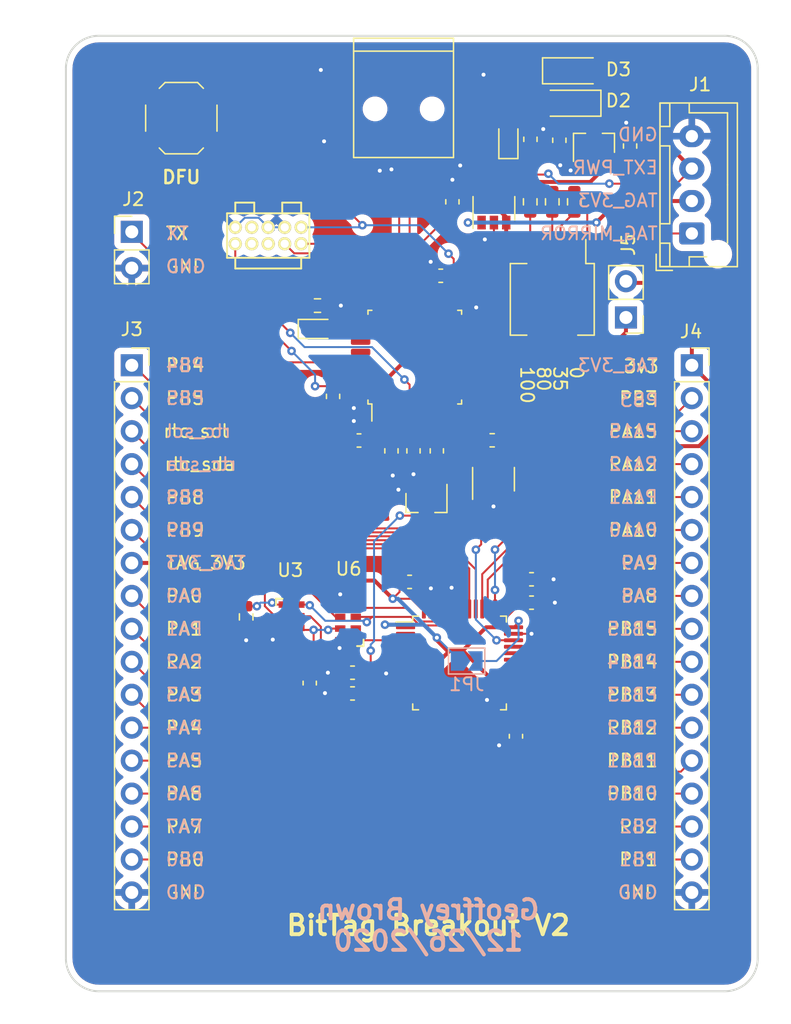
<source format=kicad_pcb>
(kicad_pcb (version 20211014) (generator pcbnew)
  (layers (0 "F.Cu" signal) (31 "B.Cu" signal) (34 "B.Paste" user) (35 "F.Paste" user) (36 "B.SilkS" user "B.Silkscreen") (37 "F.SilkS" user "F.Silkscreen") (38 "B.Mask" user) (39 "F.Mask" user) (44 "Edge.Cuts" user))
  (net 0 "")
  (net 1 "+3V3")
  (net 2 "GND")
  (net 3 "TAG_3V3")
  (net 4 "TAG_SWDIO")
  (net 5 "TAG_RESET")
  (net 6 "Net-(R106-Pad2)")
  (net 7 "Net-(R106-Pad1)")
  (net 8 "/USB_DP")
  (net 9 "/USB_DM")
  (net 10 "Net-(D105-Pad1)")
  (net 11 "/NRST")
  (net 12 "TAG_SCK")
  (net 13 "/SWDIO")
  (net 14 "/SCLK")
  (net 15 "EXT_PWR")
  (net 16 "VUSB")
  (net 17 "/stm32/NRST")
  (net 18 "/UART_TX")
  (net 19 "/stm32/PB3")
  (net 20 "/stm32/PB4")
  (net 21 "/stm32/PB5")
  (net 22 "/stm32/PB8")
  (net 23 "/stm32/PB9")
  (net 24 "/stm32/PA0")
  (net 25 "/stm32/PA1")
  (net 26 "/stm32/PA2")
  (net 27 "/stm32/PA3")
  (net 28 "/stm32/PA4")
  (net 29 "/stm32/PA5")
  (net 30 "/stm32/PA6")
  (net 31 "/stm32/PA7")
  (net 32 "/stm32/PB0")
  (net 33 "/stm32/PB1")
  (net 34 "/stm32/PB2")
  (net 35 "/stm32/PB10")
  (net 36 "/stm32/PB11")
  (net 37 "/stm32/PB12")
  (net 38 "/stm32/PB13")
  (net 39 "/stm32/PB14")
  (net 40 "/stm32/PB15")
  (net 41 "/stm32/PA8")
  (net 42 "/stm32/PA9")
  (net 43 "/stm32/PA10")
  (net 44 "/stm32/PA11")
  (net 45 "/stm32/PA12")
  (net 46 "/stm32/PA15")
  (net 47 "/stm32/clkout")
  (net 48 "/stm32/rtc_scl")
  (net 49 "/stm32/rtc_sda")
  (net 50 "Net-(D1-Pad1)")
  (net 51 "/LED_GREEN")
  (net 52 "/stm32/TAG_PWR")
  (net 53 "Net-(R104-Pad2)")
  (net 54 "/boot0")
  (net 55 "Net-(U101-Pad9)")
  (net 56 "Net-(C1-Pad1)")
  (net 57 "PWR_IN_MIRROR")
  (net 58 "PWR_IN")
  (net 59 "Net-(R2-Pad2)")
  (net 60 "Net-(R2-Pad1)")
  (net 61 "Net-(R5-Pad1)")
  (net 62 "Net-(R6-Pad1)")
  (net 63 "/stm32/VBACK")
  (net 64 "Net-(JP1-Pad2)")
  (footprint "library:FTSH-105-01-F-D-K" (layer "F.Cu") (at 117.2 66.2 180)
    (fp_text reference "J102" hide)
    (fp_text value "Conn_02x05_Odd_Even" hide)
  )
  (footprint "library:SW_SPST_TS_1187" (layer "F.Cu") (at 110.5 57.15 180)
    (fp_text reference "U105" hide)
    (fp_text value "Tactile Switch" hide)
  )
  (footprint "Package_TO_SOT_SMD:SOT-23" (layer "F.Cu") (at 142.3153 59.08084 90)
    (fp_text reference "U1" hide)
    (fp_text value "XC6206" hide)
  )
  (footprint "Connectors:USB_Mini-B" (layer "F.Cu") (at 127.635 56.2356 -90)
    (fp_text reference "J104" hide)
    (fp_text value "USB_B_Mini" hide)
  )
  (footprint "Capacitor_SMD:C_0603_1608Metric" (layer "F.Cu") (at 139.64494 58.85498 -90)
    (fp_text reference "C1" hide)
    (fp_text value "1uF" hide)
  )
  (footprint "Capacitor_SMD:C_0603_1608Metric" (layer "F.Cu") (at 126.7 82.8 -90)
    (fp_text reference "C101" hide)
    (fp_text value "0.1uF" hide)
  )
  (footprint "Capacitor_SMD:C_0603_1608Metric" (layer "F.Cu") (at 145.1 59.3 90)
    (fp_text reference "C104" hide)
    (fp_text value "1uF" hide)
  )
  (footprint "Capacitor_SMD:C_0603_1608Metric" (layer "F.Cu") (at 128.4 82.8 -90)
    (fp_text reference "C107" hide)
    (fp_text value "0.1uF")
  )
  (footprint "Resistor_SMD:R_0603_1608Metric" (layer "F.Cu") (at 131.4 63.6 90)
    (fp_text reference "R4" hide)
    (fp_text value "2.2K")
  )
  (footprint "Resistor_SMD:R_0603_1608Metric" (layer "F.Cu") (at 130.2 82.8 90)
    (fp_text reference "R104" hide)
    (fp_text value "2.2K")
  )
  (footprint "Resistor_SMD:R_0603_1608Metric" (layer "F.Cu") (at 122.2 78.6 90)
    (fp_text reference "R105" hide)
    (fp_text value "10K")
  )
  (footprint "Resistor_SMD:R_0603_1608Metric" (layer "F.Cu") (at 134.4681 81.9844)
    (fp_text reference "R106" hide)
    (fp_text value "100")
  )
  (footprint "Resistor_SMD:R_0603_1608Metric" (layer "F.Cu") (at 137.4153 58.78084 90)
    (fp_text reference "R107" hide)
    (fp_text value "620" hide)
  )
  (footprint "Package_TO_SOT_SMD:SOT-23-6" (layer "F.Cu") (at 134.6 64.1 90)
    (fp_text reference "U4" hide)
    (fp_text value "TS5A3159ADBVR")
  )
  (footprint "Capacitor_SMD:C_0603_1608Metric" (layer "F.Cu") (at 128.1 92.9)
    (fp_text reference "C3" hide)
    (fp_text value "0.1uF")
  )
  (footprint "Capacitor_SMD:C_0603_1608Metric" (layer "F.Cu") (at 137.5 94.5)
    (fp_text reference "C4" hide)
    (fp_text value "0.1uF")
  )
  (footprint "Capacitor_SMD:C_0603_1608Metric" (layer "F.Cu") (at 123.7 99.9 180)
    (fp_text reference "C5" hide)
    (fp_text value "0.1uF")
  )
  (footprint "Capacitor_SMD:C_0603_1608Metric" (layer "F.Cu") (at 136.3 104.8 -90)
    (fp_text reference "C6" hide)
    (fp_text value "0.1uF")
  )
  (footprint "Capacitor_SMD:C_0603_1608Metric" (layer "F.Cu") (at 120.4 100.7 -90)
    (fp_text reference "C7" hide)
    (fp_text value "0.1uF")
  )
  (footprint "Capacitor_SMD:C_0603_1608Metric" (layer "F.Cu") (at 123.7 101.5 180)
    (fp_text reference "C9" hide)
    (fp_text value "0.1uF")
  )
  (footprint "Connector_PinHeader_2.54mm:PinHeader_1x02_P2.54mm_Vertical" (layer "F.Cu") (at 106.68 66.04)
    (fp_text reference "J2")
    (fp_text value "Conn_01x02_Male")
  )
  (footprint "Connector_PinSocket_2.54mm:PinSocket_1x17_P2.54mm_Vertical" (layer "F.Cu") (at 106.68 76.2)
    (fp_text reference "J3")
    (fp_text value "Conn_01x17")
  )
  (footprint "Package_TO_SOT_SMD:SOT-23" (layer "F.Cu") (at 129.4003 86.7918 -90)
    (fp_text reference "Q1" hide)
    (fp_text value "Q_NPN_BEC")
  )
  (footprint "library:RV-8803-C7" (layer "F.Cu") (at 123.35 96.05 180)
    (fp_text reference "U6")
    (fp_text value "RV-3028-C7")
  )
  (footprint "Package_QFP:LQFP-48_7x7mm_P0.5mm" (layer "F.Cu") (at 131.95 99.15)
    (fp_text reference "U7" hide)
    (fp_text value "STM32L431CCTx")
  )
  (footprint "Connector_PinSocket_2.54mm:PinSocket_1x17_P2.54mm_Vertical" (layer "F.Cu") (at 149.86 76.2)
    (fp_text reference "J4")
    (fp_text value "Conn_01x17")
  )
  (footprint "LED_SMD:LED_0603_1608Metric" (layer "F.Cu") (at 121 73.4)
    (fp_text reference "D1" hide)
    (fp_text value "LED-GREEN")
  )
  (footprint "Resistor_SMD:R_0603_1608Metric" (layer "F.Cu") (at 121 71.6)
    (fp_text reference "R1" hide)
    (fp_text value "620")
  )
  (footprint "Capacitor_SMD:C_0603_1608Metric" (layer "F.Cu") (at 137.5 92.7)
    (fp_text reference "C10" hide)
    (fp_text value "4.7uF")
  )
  (footprint "Connector_JST:JST_XH_B04B-XH-AM_1x04_P2.50mm_Vertical" (layer "F.Cu") (at 149.86 66.04 90)
    (fp_text reference "J1")
    (fp_text value "Conn_01x04_Female" hide)
  )
  (footprint "LED_SMD:LED_0603_1608Metric" (layer "F.Cu") (at 135.7153 58.78084 90)
    (fp_text reference "D105" hide)
    (fp_text value "LED-RED" hide)
  )
  (footprint "Package_TO_SOT_SMD:SOT-23-6" (layer "F.Cu") (at 134.5681 84.9844 90)
    (fp_text reference "U2" hide)
    (fp_text value "TS5A3159ADBVR")
  )
  (footprint "Connector_PinHeader_2.54mm:PinHeader_1x02_P2.54mm_Vertical" (layer "F.Cu") (at 144.78 72.39 180)
    (fp_text reference "J5")
    (fp_text value "Conn_01x02_Male")
  )
  (footprint "Capacitor_SMD:C_0603_1608Metric" (layer "F.Cu") (at 124.2 82 180)
    (fp_text reference "C11" hide)
    (fp_text value "0.1uF")
  )
  (footprint "Package_QFP:LQFP-32_7x7mm_P0.8mm" (layer "F.Cu") (at 128.5 75.575 90)
    (fp_text reference "U101" hide)
    (fp_text value "STM32F042K6Tx")
  )
  (footprint "Capacitor_SMD:C_0603_1608Metric" (layer "F.Cu") (at 130.5 69.3 180)
    (fp_text reference "C2" hide)
    (fp_text value "0.1uF")
  )
  (footprint "Diode_SMD:D_SOD-123" (layer "F.Cu") (at 140.6 53.5)
    (fp_text reference "D3")
    (fp_text value "D_Schottky")
  )
  (footprint "Diode_SMD:D_SOD-123" (layer "F.Cu") (at 140.6 56 180)
    (fp_text reference "D2")
    (fp_text value "D_Schottky")
  )
  (footprint "Resistor_SMD:R_0603_1608Metric" (layer "F.Cu") (at 140.8 63.6 90)
    (fp_text reference "R2" hide)
    (fp_text value "36")
  )
  (footprint "Resistor_SMD:R_0603_1608Metric" (layer "F.Cu") (at 139.1 63.6 90)
    (fp_text reference "R5" hide)
    (fp_text value "82")
  )
  (footprint "Button_Switch_SMD:SW_DIP_SPSTx04_Slide_Copal_CHS-04B_W7.62mm_P1.27mm" (layer "F.Cu") (at 139.1 71.12 -90)
    (fp_text reference "SW1" hide)
    (fp_text value "SW_DIP_x04")
  )
  (footprint "Resistor_SMD:R_0603_1608Metric" (layer "F.Cu") (at 137.4 63.6 90)
    (fp_text reference "R6" hide)
    (fp_text value "100")
  )
  (footprint "library:RV-8803-C7" (layer "F.Cu") (at 119 96)
    (fp_text reference "U3")
    (fp_text value "RV-3032-C7")
  )
  (footprint "Resistor_SMD:R_0603_1608Metric" (layer "F.Cu") (at 115.5 95.6 90)
    (fp_text reference "R3" hide)
    (fp_text value "10K")
  )
  (footprint "Jumper:SolderJumper-2_P1.3mm_Open_TrianglePad1.0x1.5mm" (layer "B.Cu") (at 132.5 99)
    (fp_text reference "JP1")
    (fp_text value "SolderJumper_2_Open" hide)
  )
  (gr_line (start 152.4 124.46) (end 104.14 124.46) (layer "Edge.Cuts") (width 0.15))
  (gr_line (start 101.6 53.34) (end 101.6 121.92) (layer "Edge.Cuts") (width 0.15))
  (gr_line (start 152.4 50.8) (end 104.14 50.8) (layer "Edge.Cuts") (width 0.15))
  (gr_arc (start 152.4 50.8) (mid 154.196051 51.543949) (end 154.94 53.34) (layer "Edge.Cuts") (width 0.15))
  (gr_arc (start 101.6 53.34) (mid 102.343949 51.543949) (end 104.14 50.8) (layer "Edge.Cuts") (width 0.15))
  (gr_arc (start 154.94 121.92) (mid 154.196051 123.716051) (end 152.4 124.46) (layer "Edge.Cuts") (width 0.15))
  (gr_arc (start 104.14 124.46) (mid 102.343949 123.716051) (end 101.6 121.92) (layer "Edge.Cuts") (width 0.15))
  (gr_line (start 154.94 53.34) (end 154.94 121.92) (layer "Edge.Cuts") (width 0.15))
  (gr_text "Geoffrey Brown\n12/26/2020" (at 129.54 119.38) (layer "B.SilkS") (effects (font (size 1.5 1.5) (thickness 0.3)) (justify mirror)))
  (gr_text "PA7" (at 109.22 111.76) (layer "B.SilkS") (effects (font (size 1 1)) (justify right mirror)))
  (gr_text "PA0" (at 109.22 93.98) (layer "B.SilkS") (effects (font (size 1 1)) (justify right mirror)))
  (gr_text "PB8" (at 109.22 86.36) (layer "B.SilkS") (effects (font (size 1 1)) (justify right mirror)))
  (gr_text "PA1" (at 109.22 96.52) (layer "B.SilkS") (effects (font (size 1 1)) (justify right mirror)))
  (gr_text "PA4" (at 109.22 104.14) (layer "B.SilkS") (effects (font (size 1 1)) (justify right mirror)))
  (gr_text "PA3" (at 109.22 101.6) (layer "B.SilkS") (effects (font (size 1 1)) (justify right mirror)))
  (gr_text "PB9" (at 109.22 88.9) (layer "B.SilkS") (effects (font (size 1 1)) (justify right mirror)))
  (gr_text "PB5" (at 109.22 78.74) (layer "B.SilkS") (effects (font (size 1 1)) (justify right mirror)))
  (gr_text "PB4" (at 109.22 76.2) (layer "B.SilkS") (effects (font (size 1 1)) (justify right mirror)))
  (gr_text "PB0" (at 109.22 114.3) (layer "B.SilkS") (effects (font (size 1 1)) (justify right mirror)))
  (gr_text "PA2" (at 109.22 99.06) (layer "B.SilkS") (effects (font (size 1 1)) (justify right mirror)))
  (gr_text "PA5" (at 109.22 106.68) (layer "B.SilkS") (effects (font (size 1 1)) (justify right mirror)))
  (gr_text "PB1" (at 147.32 114.3) (layer "B.SilkS") (effects (font (size 1 1)) (justify left mirror)))
  (gr_text "GND" (at 109.22 116.84) (layer "B.SilkS") (effects (font (size 1 1)) (justify right mirror)))
  (gr_text "PA6" (at 109.22 109.22) (layer "B.SilkS") (effects (font (size 1 1)) (justify right mirror)))
  (gr_text "PB15" (at 147.32 96.52) (layer "B.SilkS") (effects (font (size 1 1)) (justify left mirror)))
  (gr_text "PA8" (at 147.32 93.98) (layer "B.SilkS") (effects (font (size 1 1)) (justify left mirror)))
  (gr_text "PA9" (at 147.32 91.44) (layer "B.SilkS") (effects (font (size 1 1)) (justify left mirror)))
  (gr_text "PA11" (at 147.32 86.36) (layer "B.SilkS") (effects (font (size 1 1)) (justify left mirror)))
  (gr_text "PA10" (at 147.32 88.9) (layer "B.SilkS") (effects (font (size 1 1)) (justify left mirror)))
  (gr_text "PA15" (at 147.32 81.28) (layer "B.SilkS") (effects (font (size 1 1)) (justify left mirror)))
  (gr_text "PB11" (at 147.32 106.68) (layer "B.SilkS") (effects (font (size 1 1)) (justify left mirror)))
  (gr_text "GND" (at 147.32 116.84) (layer "B.SilkS") (effects (font (size 1 1)) (justify left mirror)))
  (gr_text "TAG_3V3" (at 115.57 91.44) (layer "B.SilkS") (effects (font (size 1 1)) (justify left mirror)))
  (gr_text "PB12" (at 147.32 104.14) (layer "B.SilkS") (effects (font (size 1 1)) (justify left mirror)))
  (gr_text "TAG_3V3" (at 147.32 76.2) (layer "B.SilkS") (effects (font (size 1 1)) (justify left mirror)))
  (gr_text "PB10" (at 147.32 109.22) (layer "B.SilkS") (effects (font (size 1 1)) (justify left mirror)))
  (gr_text "PB2" (at 147.32 111.76) (layer "B.SilkS") (effects (font (size 1 1)) (justify left mirror)))
  (gr_text "PB13" (at 147.32 101.6) (layer "B.SilkS") (effects (font (size 1 1)) (justify left mirror)))
  (gr_text "PB14" (at 147.32 99.06) (layer "B.SilkS") (effects (font (size 1 1)) (justify left mirror)))
  (gr_text "PA12" (at 147.32 83.82) (layer "B.SilkS") (effects (font (size 1 1)) (justify left mirror)))
  (gr_text "TX" (at 111.165714 66.04) (layer "B.SilkS") (effects (font (size 1 1)) (justify left mirror)))
  (gr_text "GND" (at 109.22 68.58) (layer "B.SilkS") (effects (font (size 1 1)) (justify right mirror)))
  (gr_text "rtc_scl" (at 109.22 81.28) (layer "B.SilkS") (effects (font (size 1 1)) (justify right mirror)))
  (gr_text "TAG_MIRROR" (at 147.32 66.04) (layer "B.SilkS") (effects (font (size 1 1)) (justify left mirror)))
  (gr_text "PB3" (at 144.23644 78.89748) (layer "B.SilkS") (effects (font (size 1 1)) (justify right mirror)))
  (gr_text "rtc_sda" (at 109.22 83.82) (layer "B.SilkS") (effects (font (size 1 1)) (justify right mirror)))
  (gr_text "GND" (at 147.32 58.42) (layer "B.SilkS") (effects (font (size 1 1)) (justify left mirror)))
  (gr_text "TAG_3V3" (at 147.32 63.5) (layer "B.SilkS") (effects (font (size 1 1)) (justify left mirror)))
  (gr_text "EXT_PWR" (at 147.32 60.96) (layer "B.SilkS") (effects (font (size 1 1)) (justify left mirror)))
  (gr_text "DFU" (at 110.5 61.7) (layer "F.SilkS") (effects (font (size 1 1) (thickness 0.2))))
  (gr_text "PB1" (at 147.32 114.3) (layer "F.SilkS") (effects (font (size 1 1)) (justify right)))
  (gr_text "TAG_3V3" (at 115.57 91.44) (layer "F.SilkS") (effects (font (size 1 1)) (justify right)))
  (gr_text "GND" (at 147.32 116.84) (layer "F.SilkS") (effects (font (size 1 1)) (justify right)))
  (gr_text "GND" (at 109.22 116.84) (layer "F.SilkS") (effects (font (size 1 1)) (justify left)))
  (gr_text "rtc_scl" (at 109.02 81.28) (layer "F.SilkS") (effects (font (size 1 1)) (justify left)))
  (gr_text "PA8" (at 147.32 93.98) (layer "F.SilkS") (effects (font (size 1 1)) (justify right)))
  (gr_text "PA12" (at 147.32 83.82) (layer "F.SilkS") (effects (font (size 1 1)) (justify right)))
  (gr_text "TX" (at 109.22 66.04) (layer "F.SilkS") (effects (font (size 1 1)) (justify left)))
  (gr_text "PB15" (at 147.32 96.52) (layer "F.SilkS") (effects (font (size 1 1)) (justify right)))
  (gr_text "PB14" (at 147.32 99.06) (layer "F.SilkS") (effects (font (size 1 1)) (justify right)))
  (gr_text "35" (at 139.7 76.2 270) (layer "F.SilkS") (effects (font (size 1 1)) (justify left)))
  (gr_text "PA7" (at 109.22 111.76) (layer "F.SilkS") (effects (font (size 1 1)) (justify left)))
  (gr_text "rtc_sda" (at 109.12 83.82) (layer "F.SilkS") (effects (font (size 1 1)) (justify left)))
  (gr_text "PB4" (at 109.22 76.2) (layer "F.SilkS") (effects (font (size 1 1)) (justify left)))
  (gr_text "PA9" (at 147.32 91.44) (layer "F.SilkS") (effects (font (size 1 1)) (justify right)))
  (gr_text "0" (at 140.97 76.2 270) (layer "F.SilkS") (effects (font (size 1 1)) (justify left)))
  (gr_text "PB3" (at 147.32 78.74) (layer "F.SilkS") (effects (font (size 1 1)) (justify right)))
  (gr_text "PA3" (at 109.22 101.6) (layer "F.SilkS") (effects (font (size 1 1)) (justify left)))
  (gr_text "PA15" (at 147.32 81.28) (layer "F.SilkS") (effects (font (size 1 1)) (justify right)))
  (gr_text "PB9" (at 109.22 88.9) (layer "F.SilkS") (effects (font (size 1 1)) (justify left)))
  (gr_text "PA5" (at 109.22 106.68) (layer "F.SilkS") (effects (font (size 1 1)) (justify left)))
  (gr_text "PB2" (at 147.32 111.76) (layer "F.SilkS") (effects (font (size 1 1)) (justify right)))
  (gr_text "PA11" (at 147.32 86.36) (layer "F.SilkS") (effects (font (size 1 1)) (justify right)))
  (gr_text "PA4" (at 109.22 104.14) (layer "F.SilkS") (effects (font (size 1 1)) (justify left)))
  (gr_text "PA10" (at 147.32 88.9) (layer "F.SilkS") (effects (font (size 1 1)) (justify right)))
  (gr_text "3v3" (at 147.4 76.3) (layer "F.SilkS") (effects (font (size 1 1)) (justify right)))
  (gr_text "PA1" (at 109.22 96.52) (layer "F.SilkS") (effects (font (size 1 1)) (justify left)))
  (gr_text "BitTag Breakout V2" (at 129.54 119.38) (layer "F.SilkS") (effects (font (size 1.5 1.5) (thickness 0.3))))
  (gr_text "PB0" (at 109.22 114.3) (layer "F.SilkS") (effects (font (size 1 1)) (justify left)))
  (gr_text "PA6" (at 109.22 109.22) (layer "F.SilkS") (effects (font (size 1 1)) (justify left)))
  (gr_text "PB5" (at 109.22 78.74) (layer "F.SilkS") (effects (font (size 1 1)) (justify left)))
  (gr_text "100" (at 137.16 76.2 270) (layer "F.SilkS") (effects (font (size 1 1)) (justify left)))
  (gr_text "PB8" (at 109.22 86.4) (layer "F.SilkS") (effects (font (size 1 1)) (justify left)))
  (gr_text "PB13" (at 147.32 101.6) (layer "F.SilkS") (effects (font (size 1 1)) (justify right)))
  (gr_text "PA0" (at 109.22 93.98) (layer "F.SilkS") (effects (font (size 1 1)) (justify left)))
  (gr_text "80" (at 138.43 76.2 270) (layer "F.SilkS") (effects (font (size 1 1)) (justify left)))
  (gr_text "PB11" (at 147.32 106.68) (layer "F.SilkS") (effects (font (size 1 1)) (justify right)))
  (gr_text "PB10" (at 147.32 109.22) (layer "F.SilkS") (effects (font (size 1 1)) (justify right)))
  (gr_text "PA2" (at 109.22 99.06) (layer "F.SilkS") (effects (font (size 1 1)) (justify left)))
  (gr_text "GND" (at 109.22 68.58) (layer "F.SilkS") (effects (font (size 1 1)) (justify left)))
  (gr_text "PB12" (at 147.32 104.14) (layer "F.SilkS") (effects (font (size 1 1)) (justify right)))
  (segment (start 114.33 55.275) (end 120.4275 61.3725) (width 0.1524) (layer "F.Cu") (net 1))
  (segment (start 120.4275 61.3725) (end 124.46 65.405) (width 0.1524) (layer "F.Cu") (net 1))
  (segment (start 133.110219 84.643001) (end 134.491899 84.643001) (width 0.1524) (layer "F.Cu") (net 1))
  (segment (start 131.145828 82.67861) (end 133.110219 84.643001) (width 0.1524) (layer "F.Cu") (net 1))
  (segment (start 131.1 67.6) (end 131.5 68) (width 0.1524) (layer "F.Cu") (net 1))
  (segment (start 129.06611 82.67861) (end 131.145828 82.67861) (width 0.1524) (layer "F.Cu") (net 1))
  (segment (start 135.55 65.2) (end 135.55 66.0348) (width 0.3048) (layer "F.Cu") (net 1))
  (segment (start 125.7 79.75) (end 125.7 81.275) (width 0.1524) (layer "F.Cu") (net 1))
  (segment (start 131.325 71.375) (end 131.3 71.4) (width 0.3048) (layer "F.Cu") (net 1))
  (segment (start 132.2848 69.3) (end 131.275 69.3) (width 0.3048) (layer "F.Cu") (net 1))
  (segment (start 135.55 64.7848) (end 135.55 65.2) (width 0.3048) (layer "F.Cu") (net 1))
  (segment (start 128.4 82.0125) (end 129.06611 82.67861) (width 0.1524) (layer "F.Cu") (net 1))
  (segment (start 142.03075 62.07019) (end 134.69501 62.07019) (width 0.3048) (layer "F.Cu") (net 1))
  (segment (start 134.6 63.8348) (end 135.55 64.7848) (width 0.3048) (layer "F.Cu") (net 1))
  (segment (start 131.3 71.4) (end 131.3 72.3) (width 0.3048) (layer "F.Cu") (net 1))
  (segment (start 113.5 55.275) (end 114.33 55.275) (width 0.1524) (layer "F.Cu") (net 1))
  (segment (start 128.9 74.7) (end 131.3 72.3) (width 0.3048) (layer "F.Cu") (net 1))
  (segment (start 125.7 77.9) (end 125.7 79.75) (width 0.3048) (layer "F.Cu") (net 1))
  (segment (start 134.6 63) (end 134.6 63.8348) (width 0.3048) (layer "F.Cu") (net 1))
  (segment (start 134.6 62.1652) (end 134.6 63) (width 0.3048) (layer "F.Cu") (net 1))
  (segment (start 128.9 79.75) (end 128.9 74.7) (width 0.3048) (layer "F.Cu") (net 1))
  (segment (start 131.5 69.8) (end 131.3 70) (width 0.3048) (layer "F.Cu") (net 1))
  (segment (start 125.7 81.275) (end 124.975 82) (width 0.1524) (layer "F.Cu") (net 1))
  (segment (start 131.325 69.3) (end 131.325 71.375) (width 0.3048) (layer "F.Cu") (net 1))
  (segment (start 134.491899 84.643001) (end 134.5681 84.5668) (width 0.1524) (layer "F.Cu") (net 1))
  (segment (start 131.3 70) (end 131.3 71.4) (width 0.3048) (layer "F.Cu") (net 1))
  (segment (start 107.5 55.275) (end 113.5 55.275) (width 0.1524) (layer "F.Cu") (net 1))
  (segment (start 143.2653 60.83564) (end 142.03075 62.07019) (width 0.3048) (layer "F.Cu") (net 1))
  (segment (start 134.5681 84.5668) (end 134.5681 83.8844) (width 0.1524) (layer "F.Cu") (net 1))
  (segment (start 134.69501 62.07019) (end 134.6 62.1652) (width 0.3048) (layer "F.Cu") (net 1))
  (segment (start 145.1 60.0875) (end 143.27196 60.0875) (width 0.3048) (layer "F.Cu") (net 1))
  (segment (start 131.3 72.3) (end 125.7 77.9) (width 0.3048) (layer "F.Cu") (net 1))
  (segment (start 135.55 66.0348) (end 132.2848 69.3) (width 0.3048) (layer "F.Cu") (net 1))
  (segment (start 128.9 81.5125) (end 128.4 82.0125) (width 0.1524) (layer "F.Cu") (net 1))
  (segment (start 143.2653 60.08084) (end 143.2653 60.83564) (width 0.3048) (layer "F.Cu") (net 1))
  (segment (start 128.9 79.75) (end 128.9 81.5125) (width 0.1524) (layer "F.Cu") (net 1))
  (segment (start 131.5 68) (end 131.5 68.6) (width 0.1524) (layer "F.Cu") (net 1))
  (segment (start 131.5 68.6) (end 131.5 69.8) (width 0.3048) (layer "F.Cu") (net 1))
  (segment (start 143.27196 60.0875) (end 143.2653 60.08084) (width 0.3048) (layer "F.Cu") (net 1))
  (via (at 124.46 65.405) (size 0.6604) (drill 0.3048) (layers "F.Cu" "B.Cu") (net 1))
  (via (at 131.1 67.6) (size 0.6604) (drill 0.3048) (layers "F.Cu" "B.Cu") (net 1))
  (segment (start 119.74 65.565) (end 124.3 65.565) (width 0.1524) (layer "B.Cu") (net 1))
  (segment (start 124.3 65.565) (end 124.46 65.405) (width 0.1524) (layer "B.Cu") (net 1))
  (segment (start 124.46 65.405) (end 128.905 65.405) (width 0.1524) (layer "B.Cu") (net 1))
  (segment (start 128.905 65.405) (end 131.1 67.6) (width 0.1524) (layer "B.Cu") (net 1))
  (segment (start 122.925 101.5) (end 121.6 101.5) (width 0.1524) (layer "F.Cu") (net 2))
  (segment (start 123.185 58.9356) (end 121.50596 58.9356) (width 0.1524) (layer "F.Cu") (net 2))
  (segment (start 137.4153 57.99334) (end 138.4028 57.99334) (width 0.1524) (layer "F.Cu") (net 2))
  (segment (start 134.6 66.1) (end 134.2 66.5) (width 0.1524) (layer "F.Cu") (net 2))
  (segment (start 123.185 53.4356) (end 121.25614 53.4356) (width 0.1524) (layer "F.Cu") (net 2))
  (segment (start 133.6 53.8) (end 133.8 53.8) (width 0.1524) (layer "F.Cu") (net 2))
  (segment (start 134.2 103.3125) (end 134.2 104.7) (width 0.1524) (layer "F.Cu") (net 2))
  (segment (start 135.1 105.5) (end 135 105.5) (width 0.1524) (layer "F.Cu") (net 2))
  (segment (start 122.75 94.7) (end 122.75 93.85881) (width 0.1524) (layer "F.Cu") (net 2))
  (segment (start 131.2 93.485169) (end 131.336379 93.34879) (width 0.1524) (layer "F.Cu") (net 2))
  (segment (start 132.085 60.715) (end 132 60.8) (width 0.1524) (layer "F.Cu") (net 2))
  (segment (start 128.4503 84.6503) (end 128.4 84.6) (width 0.1524) (layer "F.Cu") (net 2))
  (segment (start 126.835 60.965) (end 126.7 61.1) (width 0.1524) (layer "F.Cu") (net 2))
  (segment (start 132.675 72.303) (end 133.2357 71.7423) (width 0.1524) (layer "F.Cu") (net 2))
  (segment (start 121.6 101.5) (end 121.575 101.475) (width 0.1524) (layer "F.Cu") (net 2))
  (segment (start 134.2 104.7) (end 135 105.5) (width 0.1524) (layer "F.Cu") (net 2))
  (segment (start 126.349031 99.9) (end 126.290221 99.95881) (width 0.1524) (layer "F.Cu") (net 2))
  (segment (start 122.2 79.3875) (end 123.6875 79.3875) (width 0.1524) (layer "F.Cu") (net 2))
  (segment (start 122.75 97.95) (end 122.7 98) (width 0.1524) (layer "F.Cu") (net 2))
  (segment (start 126.835 59.0356) (end 126.835 60.965) (width 0.1524) (layer "F.Cu") (net 2))
  (segment (start 145.1 57.8) (end 144.8 57.5) (width 0.3048) (layer "F.Cu") (net 2))
  (segment (start 134.6 65.2) (end 134.6 66.1) (width 0.1524) (layer "F.Cu") (net 2))
  (segment (start 126.7 84.7) (end 126.8 84.7) (width 0.1524) (layer "F.Cu") (net 2))
  (segment (start 135.175 105.575) (end 135.1 105.5) (width 0.1524) (layer "F.Cu") (net 2))
  (segment (start 128.4 83.5875) (end 128.4 84.6) (width 0.1524) (layer "F.Cu") (net 2))
  (segment (start 129.7 93.44119) (end 129.74119 93.4) (width 0.1524) (layer "F.Cu") (net 2))
  (segment (start 134.2 66.5) (end 133.9 66.5) (width 0.1524) (layer "F.Cu") (net 2))
  (segment (start 128.4503 85.7918) (end 127.238 85.7918) (width 0.1524) (layer "F.Cu") (net 2))
  (segment (start 129.7 94.9875) (end 129.7 93.44119) (width 0.1524) (layer "F.Cu") (net 2))
  (segment (start 123.425 80.875) (end 123.8 80.5) (width 0.1524) (layer "F.Cu") (net 2))
  (segment (start 145.1 58.5125) (end 145.1 57.8) (width 0.3048) (layer "F.Cu") (net 2))
  (segment (start 123.6875 79.3875) (end 123.8 79.5) (width 0.1524) (layer "F.Cu") (net 2))
  (segment (start 122.925 99.9) (end 121.8 99.9) (width 0.1524) (layer "F.Cu") (net 2))
  (segment (start 141.3653 60.33084) (end 140.5153 61.18084) (width 0.3048) (layer "F.Cu") (net 2))
  (segment (start 123.285 59.0356) (end 123.185 58.9356) (width 0.1524) (layer "F.Cu") (net 2))
  (segment (start 129.725 69.3) (end 129.725 68.225) (width 0.1524) (layer "F.Cu") (net 2))
  (segment (start 128.875 92.9) (end 129.24119 92.9) (width 0.1524) (layer "F.Cu") (net 2))
  (segment (start 131.4 62.8125) (end 131.4 61.9) (width 0.1524) (layer "F.Cu") (net 2))
  (segment (start 115.5 96.425) (end 115.5 97.4) (width 0.1524) (layer "F.Cu") (net 2))
  (segment (start 134.2 102.135818) (end 134.06499 102.000808) (width 0.1524) (layer "F.Cu") (net 2))
  (segment (start 132.675 72.775) (end 132.675 72.303) (width 0.1524) (layer "F.Cu") (net 2))
  (segment (start 138.275 92.7) (end 139.2 92.7) (width 0.3048) (layer "F.Cu") (net 2))
  (segment (start 139.7153 59.66834) (end 139.7153 60.58084) (width 0.1524) (layer "F.Cu") (net 2))
  (segment (start 128.4503 85.7918) (end 128.4503 84.6503) (width 0.1524) (layer "F.Cu") (net 2))
  (segment (start 131.2 94.9875) (end 131.2 93.485169) (width 0.1524) (layer "F.Cu") (net 2))
  (segment (start 124.325 78.975) (end 123.8 79.5) (width 0.1524) (layer "F.Cu") (net 2))
  (segment (start 132.085 58.9356) (end 132.085 60.715) (width 0.1524) (layer "F.Cu") (net 2))
  (segment (start 129.24119 92.9) (end 129.74119 93.4) (width 0.1524) (layer "F.Cu") (net 2))
  (segment (start 126.035 59.0356) (end 126.035 60.965) (width 0.1524) (layer "F.Cu") (net 2))
  (segment (start 126.035 60.965) (end 125.8 61.2) (width 0.1524) (layer "F.Cu") (net 2))
  (segment (start 126.835 59.0356) (end 126.035 59.0356) (width 0.1524) (layer "F.Cu") (net 2))
  (segment (start 139.7153 60.58084) (end 139.7153 60.78084) (width 0.1524) (layer "F.Cu") (net 2))
  (segment (start 132.085 53.4356) (end 133.2356 53.4356) (width 0.1524) (layer "F.Cu") (net 2))
  (segment (start 136.3 105.575) (end 135.175 105.575) (width 0.1524) (layer "F.Cu") (net 2))
  (segment (start 141.3653 60.08084) (end 141.3653 60.33084) (width 0.3048) (layer "F.Cu") (net 2))
  (segment (start 138.275 94.5) (end 139.3 94.5) (width 0.3048) (layer "F.Cu") (net 2))
  (segment (start 123.425 82) (end 123.425 80.875) (width 0.1524) (layer "F.Cu") (net 2))
  (segment (start 120.4 101.475) (end 121.575 101.475) (width 0.1524) (layer "F.Cu") (net 2))
  (segment (start 118.4 97.35) (end 117.55 97.35) (width 0.1524) (layer "F.Cu") (net 2))
  (segment (start 122.75 97.4) (end 122.75 97.95) (width 0.1524) (layer "F.Cu") (net 2))
  (segment (start 133.2356 53.4356) (end 133.6 53.8) (width 0.1524) (layer "F.Cu") (net 2))
  (segment (start 126.7 83.5875) (end 126.7 84.7) (width 0.1524) (layer "F.Cu") (net 2))
  (segment (start 136.1125 96.9) (end 137.5 96.9) (width 0.1524) (layer "F.Cu") (net 2))
  (segment (start 134.5681 86.0844) (end 134.5681 87.0844) (width 0.1524) (layer "F.Cu") (net 2))
  (segment (start 134.2 103.3125) (end 134.2 102.135818) (width 0.1524) (layer "F.Cu") (net 2))
  (segment (start 124.325 78.375) (end 124.325 78.975) (width 0.1524) (layer "F.Cu") (net 2))
  (segment (start 119.6 97.35) (end 118.4 97.35) (width 0.1524) (layer "F.Cu") (net 2))
  (segment (start 121.825 71.6) (end 122.8 71.6) (width 0.1524) (layer "F.Cu") (net 2))
  (segment (start 127.7875 99.9) (end 126.349031 99.9) (width 0.1524) (layer "F.Cu") (net 2))
  (via (at 121.8 99.9) (size 0.6604) (drill 0.3048) (layers "F.Cu" "B.Cu") (net 2))
  (via (at 139.7153 60.78084) (size 0.6604) (drill 0.3048) (layers "F.Cu" "B.Cu") (net 2))
  (via (at 137.5 96.9) (size 0.6604) (drill 0.3048) (layers "F.Cu" "B.Cu") (net 2))
  (via (at 122.7 98) (size 0.6604) (drill 0.3048) (layers "F.Cu" "B.Cu") (net 2))
  (via (at 126.8 84.7) (size 0.6604) (drill 0.3048) (layers "F.Cu" "B.Cu") (net 2))
  (via (at 134.5681 87.0844) (size 0.6604) (drill 0.3048) (layers "F.Cu" "B.Cu") (net 2))
  (via (at 133.8 53.8) (size 0.6604) (drill 0.3048) (layers "F.Cu" "B.Cu") (net 2))
  (via (at 125.8 61.2) (size 0.6604) (drill 0.3048) (layers "F.Cu" "B.Cu") (net 2))
  (via (at 134.06499 102.000808) (size 0.6604) (drill 0.3048) (layers "F.Cu" "B.Cu") (net 2))
  (via (at 126.290221 99.95881) (size 0.6604) (drill 0.3048) (layers "F.Cu" "B.Cu") (net 2))
  (via (at 139.3 94.5) (size 0.6604) (drill 0.3048) (layers "F.Cu" "B.Cu") (net 2))
  (via (at 126.7 61.1) (size 0.6604) (drill 0.3048) (layers "F.Cu" "B.Cu") (net 2))
  (via (at 122.8 71.6) (size 0.6604) (drill 0.3048) (layers "F.Cu" "B.Cu") (net 2))
  (via (at 131.4 61.9) (size 0.6604) (drill 0.3048) (layers "F.Cu" "B.Cu") (net 2))
  (via (at 117.55 97.35) (size 0.6604) (drill 0.3048) (layers "F.Cu" "B.Cu") (net 2))
  (via (at 122.75 93.85881) (size 0.6604) (drill 0.3048) (layers "F.Cu" "B.Cu") (net 2))
  (via (at 131.336379 93.34879) (size 0.6604) (drill 0.3048) (layers "F.Cu" "B.Cu") (net 2))
  (via (at 123.8 80.5) (size 0.6604) (drill 0.3048) (layers "F.Cu" "B.Cu") (net 2))
  (via (at 121.50596 58.9356) (size 0.6604) (drill 0.3048) (layers "F.Cu" "B.Cu") (net 2))
  (via (at 138.4028 57.99334) (size 0.6604) (drill 0.3048) (layers "F.Cu" "B.Cu") (net 2))
  (via (at 129.725 68.225) (size 0.6604) (drill 0.3048) (layers "F.Cu" "B.Cu") (net 2))
  (via (at 139.2 92.7) (size 0.6604) (drill 0.3048) (layers "F.Cu" "B.Cu") (net 2))
  (via (at 133.9 66.5) (size 0.6604) (drill 0.3048) (layers "F.Cu" "B.Cu") (net 2))
  (via (at 132 60.8) (size 0.6604) (drill 0.3048) (layers "F.Cu" "B.Cu") (net 2))
  (via (at 123.8 79.5) (size 0.6604) (drill 0.3048) (layers "F.Cu" "B.Cu") (net 2))
  (via (at 115.5 97.4) (size 0.6604) (drill 0.3048) (layers "F.Cu" "B.Cu") (net 2))
  (via (at 127.238 85.7918) (size 0.6604) (drill 0.3048) (layers "F.Cu" "B.Cu") (net 2))
  (via (at 129.74119 93.4) (size 0.6604) (drill 0.3048) (layers "F.Cu" "B.Cu") (net 2))
  (via (at 121.25614 53.4356) (size 0.6604) (drill 0.3048) (layers "F.Cu" "B.Cu") (net 2))
  (via (at 133.2357 71.7423) (size 0.6604) (drill 0.3048) (layers "F.Cu" "B.Cu") (net 2))
  (via (at 121.575 101.475) (size 0.6604) (drill 0.3048) (layers "F.Cu" "B.Cu") (net 2))
  (via (at 128.4 84.6) (size 0.6604) (drill 0.3048) (layers "F.Cu" "B.Cu") (net 2))
  (via (at 135 105.5) (size 0.6604) (drill 0.3048) (layers "F.Cu" "B.Cu") (net 2))
  (via (at 144.8 57.5) (size 0.6604) (drill 0.3048) (layers "F.Cu" "B.Cu") (net 2))
  (via (at 140.5153 61.18084) (size 0.6604) (drill 0.3048) (layers "F.Cu" "B.Cu") (net 2))
  (segment (start 115.396601 64.828399) (end 114.66 65.565) (width 0.1524) (layer "B.Cu") (net 2))
  (segment (start 117.2 65.565) (end 116.463399 64.828399) (width 0.1524) (layer "B.Cu") (net 2))
  (segment (start 116.463399 64.828399) (end 115.396601 64.828399) (width 0.1524) (layer "B.Cu") (net 2))
  (segment (start 117.2 65.565) (end 118.47 65.565) (width 0.1524) (layer "B.Cu") (net 2))
  (segment (start 143.51 74.93) (end 142.24 74.93) (width 0.3048) (layer "F.Cu") (net 3))
  (segment (start 144.78 72.39) (end 144.78 73.66) (width 0.3048) (layer "F.Cu") (net 3))
  (segment (start 139.735 74.93) (end 141.005 74.93) (width 0.3048) (layer "F.Cu") (net 3))
  (segment (start 141.005 74.93) (end 142.24 74.93) (width 0.3048) (layer "F.Cu") (net 3))
  (segment (start 138.465 74.93) (end 139.735 74.93) (width 0.3048) (layer "F.Cu") (net 3))
  (segment (start 144.78 73.66) (end 143.51 74.93) (width 0.3048) (layer "F.Cu") (net 3))
  (segment (start 137.195 74.93) (end 138.465 74.93) (width 0.3048) (layer "F.Cu") (net 3))
  (segment (start 136.1125 97.4) (end 134.8 97.4) (width 0.1524) (layer "F.Cu") (net 4))
  (segment (start 133.6181 86.0844) (end 133.6181 90.01046) (width 0.1524) (layer "F.Cu") (net 4))
  (segment (start 133.6181 90.01046) (end 133.209419 90.419141) (width 0.1524) (layer "F.Cu") (net 4))
  (via (at 133.209419 90.419141) (size 0.6604) (drill 0.3048) (layers "F.Cu" "B.Cu") (net 4))
  (via (at 134.8 97.4) (size 0.6604) (drill 0.3048) (layers "F.Cu" "B.Cu") (net 4))
  (segment (start 133.209419 90.419141) (end 133.209419 95.690581) (width 0.1524) (layer "B.Cu") (net 4))
  (segment (start 134.8 97.4) (end 133.209419 95.809419) (width 0.1524) (layer "B.Cu") (net 4))
  (segment (start 133.209419 95.809419) (end 133.209419 95.690581) (width 0.1524) (layer "B.Cu") (net 4))
  (segment (start 130.2 85.6415) (end 130.3503 85.7918) (width 0.1524) (layer "F.Cu") (net 5))
  (segment (start 130.2 83.5875) (end 130.2 85.6415) (width 0.1524) (layer "F.Cu") (net 5))
  (segment (start 135.2556 81.9844) (end 135.2556 83.6219) (width 0.1524) (layer "F.Cu") (net 6))
  (segment (start 135.2556 83.6219) (end 135.5181 83.8844) (width 0.1524) (layer "F.Cu") (net 6))
  (segment (start 133.6806 77.8306) (end 133.6806 81.9844) (width 0.1524) (layer "F.Cu") (net 7))
  (segment (start 133.425 77.575) (end 133.6806 77.8306) (width 0.1524) (layer "F.Cu") (net 7))
  (segment (start 132.675 77.575) (end 133.425 77.575) (width 0.1524) (layer "F.Cu") (net 7))
  (segment (start 127.635 59.0356) (end 127.635 60.338) (width 0.1524) (layer "F.Cu") (net 8))
  (segment (start 127.3 60.673) (end 127.3 71.4) (width 0.1524) (layer "F.Cu") (net 8))
  (segment (start 127.635 60.338) (end 127.3 60.673) (width 0.1524) (layer "F.Cu") (net 8))
  (segment (start 128.1 60.673) (end 128.1 71.4) (width 0.1524) (layer "F.Cu") (net 9))
  (segment (start 128.435 59.0356) (end 128.435 60.338) (width 0.1524) (layer "F.Cu") (net 9))
  (segment (start 128.435 60.338) (end 128.1 60.673) (width 0.1524) (layer "F.Cu") (net 9))
  (segment (start 135.7153 59.56834) (end 137.4153 59.56834) (width 0.1524) (layer "F.Cu") (net 10))
  (segment (start 114.66 69.46) (end 118.9 73.7) (width 0.1524) (layer "F.Cu") (net 11))
  (segment (start 128.1 79.75) (end 128.1 80.5) (width 0.1524) (layer "F.Cu") (net 11))
  (segment (start 128.1 80.5) (end 126.7 81.9) (width 0.1524) (layer "F.Cu") (net 11))
  (segment (start 126.7 81.9) (end 126.7 82.0125) (width 0.1524) (layer "F.Cu") (net 11))
  (segment (start 114.66 66.835) (end 114.66 69.46) (width 0.1524) (layer "F.Cu") (net 11))
  (segment (start 128.1 79.75) (end 128.1 77.7) (width 0.1524) (layer "F.Cu") (net 11))
  (segment (start 128.1 77.7) (end 127.7 77.3) (width 0.1524) (layer "F.Cu") (net 11))
  (via (at 127.7 77.3) (size 0.6604) (drill 0.3048) (layers "F.Cu" "B.Cu") (net 11))
  (via (at 118.9 73.7) (size 0.6604) (drill 0.3048) (layers "F.Cu" "B.Cu") (net 11))
  (segment (start 118.9 73.7) (end 120 74.8) (width 0.1524) (layer "B.Cu") (net 11))
  (segment (start 125.2 74.8) (end 122.6 74.8) (width 0.1524) (layer "B.Cu") (net 11))
  (segment (start 120 74.8) (end 122.6 74.8) (width 0.1524) (layer "B.Cu") (net 11))
  (segment (start 127.7 77.3) (end 125.2 74.8) (width 0.1524) (layer "B.Cu") (net 11))
  (segment (start 137.4521 78.9813) (end 137.4521 87.6427) (width 0.1524) (layer "F.Cu") (net 12))
  (segment (start 134.6835 93.5228) (end 134.6835 94.971) (width 0.1524) (layer "F.Cu") (net 12))
  (segment (start 134.6835 94.971) (end 134.7 94.9875) (width 0.1524) (layer "F.Cu") (net 12))
  (segment (start 137.4521 87.6427) (end 134.6835 90.4113) (width 0.1524) (layer "F.Cu") (net 12))
  (segment (start 132.675 76.775) (end 135.2458 76.775) (width 0.1524) (layer "F.Cu") (net 12))
  (segment (start 135.2458 76.775) (end 137.4521 78.9813) (width 0.1524) (layer "F.Cu") (net 12))
  (via (at 134.6835 93.5228) (size 0.6604) (drill 0.3048) (layers "F.Cu" "B.Cu") (net 12))
  (via (at 134.6835 90.4113) (size 0.6604) (drill 0.3048) (layers "F.Cu" "B.Cu") (net 12))
  (segment (start 134.6835 90.4113) (end 134.6835 93.5228) (width 0.1524) (layer "B.Cu") (net 12))
  (segment (start 126.5 70.65) (end 126.5 71.4) (width 0.1524) (layer "F.Cu") (net 13))
  (segment (start 119.74 66.835) (end 122.685 66.835) (width 0.1524) (layer "F.Cu") (net 13))
  (segment (start 122.685 66.835) (end 126.5 70.65) (width 0.1524) (layer "F.Cu") (net 13))
  (segment (start 118.47 66.835) (end 119.206601 67.571601) (width 0.1524) (layer "F.Cu") (net 14))
  (segment (start 119.206601 67.571601) (end 121.871601 67.571601) (width 0.1524) (layer "F.Cu") (net 14))
  (segment (start 121.871601 67.571601) (end 125.7 71.4) (width 0.1524) (layer "F.Cu") (net 14))
  (segment (start 128.9 66.8875) (end 131.4 64.3875) (width 0.1524) (layer "F.Cu") (net 15))
  (segment (start 132.7875 63) (end 131.4 64.3875) (width 0.3048) (layer "F.Cu") (net 15))
  (segment (start 133.65 62.3176) (end 134.4676 61.5) (width 0.1524) (layer "F.Cu") (net 15))
  (segment (start 133.65 63) (end 133.65 62.3176) (width 0.1524) (layer "F.Cu") (net 15))
  (segment (start 133.65 63) (end 132.7875 63) (width 0.3048) (layer "F.Cu") (net 15))
  (segment (start 143.5 62.2) (end 148.7 62.2) (width 0.1524) (layer "F.Cu") (net 15))
  (segment (start 142.25 53.5) (end 142.32 53.5) (width 0.3048) (layer "F.Cu") (net 15))
  (segment (start 148.7 62.2) (end 149.86 61.04) (width 0.1524) (layer "F.Cu") (net 15))
  (segment (start 138.73518 61.5) (end 138.8 61.43518) (width 0.1524) (layer "F.Cu") (net 15))
  (segment (start 142.32 53.5) (end 149.86 61.04) (width 0.3048) (layer "F.Cu") (net 15))
  (segment (start 128.9 71.4) (end 128.9 66.8875) (width 0.1524) (layer "F.Cu") (net 15))
  (segment (start 134.4676 61.5) (end 138.73518 61.5) (width 0.1524) (layer "F.Cu") (net 15))
  (via (at 143.5 62.2) (size 0.6604) (drill 0.3048) (layers "F.Cu" "B.Cu") (net 15))
  (via (at 138.8 61.43518) (size 0.6604) (drill 0.3048) (layers "F.Cu" "B.Cu") (net 15))
  (segment (start 139.56482 62.2) (end 143.5 62.2) (width 0.1524) (layer "B.Cu") (net 15))
  (segment (start 138.8 61.43518) (end 139.56482 62.2) (width 0.1524) (layer "B.Cu") (net 15))
  (segment (start 132.70312 55.56748) (end 129.235 59.0356) (width 0.3048) (layer "F.Cu") (net 16))
  (segment (start 135.73252 55.56748) (end 132.70312 55.56748) (width 0.3048) (layer "F.Cu") (net 16))
  (segment (start 135.7153 57.99334) (end 135.7153 55.5847) (width 0.1524) (layer "F.Cu") (net 16))
  (segment (start 135.73252 55.56748) (end 138.51748 55.56748) (width 0.3048) (layer "F.Cu") (net 16))
  (segment (start 138.51748 55.56748) (end 138.95 56) (width 0.3048) (layer "F.Cu") (net 16))
  (segment (start 135.7153 55.5847) (end 135.73252 55.56748) (width 0.1524) (layer "F.Cu") (net 16))
  (segment (start 129.4003 87.7918) (end 127.3462 87.7918) (width 0.1524) (layer "F.Cu") (net 17))
  (segment (start 127.7875 99.4) (end 124.975 99.4) (width 0.1524) (layer "F.Cu") (net 17))
  (segment (start 125.1 99.275) (end 124.475 99.9) (width 0.1524) (layer "F.Cu") (net 17))
  (segment (start 125.1 98.2) (end 125.1 99.275) (width 0.1524) (layer "F.Cu") (net 17))
  (segment (start 124.975 99.4) (end 124.475 99.9) (width 0.1524) (layer "F.Cu") (net 17))
  (via (at 127.3462 87.7918) (size 0.6604) (drill 0.3048) (layers "F.Cu" "B.Cu") (net 17))
  (via (at 125.1 98.2) (size 0.6604) (drill 0.3048) (layers "F.Cu" "B.Cu") (net 17))
  (segment (start 125.358802 97.474225) (end 125.1 97.733027) (width 0.1524) (layer "B.Cu") (net 17))
  (segment (start 125.1 97.733027) (end 125.1 98.2) (width 0.1524) (layer "B.Cu") (net 17))
  (segment (start 125.358802 89.779198) (end 125.358802 97.474225) (width 0.1524) (layer "B.Cu") (net 17))
  (segment (start 127.3462 87.7918) (end 125.358802 89.779198) (width 0.1524) (layer "B.Cu") (net 17))
  (segment (start 124.325 75.975) (end 116.615 75.975) (width 0.1524) (layer "F.Cu") (net 18))
  (segment (start 116.615 75.975) (end 106.68 66.04) (width 0.1524) (layer "F.Cu") (net 18))
  (segment (start 133.7 94.9875) (end 133.7 92.3) (width 0.1524) (layer "F.Cu") (net 19))
  (segment (start 147.9 80.7) (end 149.86 78.74) (width 0.1524) (layer "F.Cu") (net 19))
  (segment (start 133.7 92.3) (end 145.3 80.7) (width 0.1524) (layer "F.Cu") (net 19))
  (segment (start 145.3 80.7) (end 147.9 80.7) (width 0.1524) (layer "F.Cu") (net 19))
  (segment (start 130.031284 88.77595) (end 119.37595 88.77595) (width 0.1524) (layer "F.Cu") (net 20))
  (segment (start 133.2 94.9875) (end 133.2 91.944666) (width 0.1524) (layer "F.Cu") (net 20))
  (segment (start 106.68 76.2) (end 106.8 76.2) (width 0.1524) (layer "F.Cu") (net 20))
  (segment (start 133.2 91.944666) (end 130.031284 88.77595) (width 0.1524) (layer "F.Cu") (net 20))
  (segment (start 106.8 76.2) (end 109.45 78.85) (width 0.1524) (layer "F.Cu") (net 20))
  (segment (start 119.37595 88.77595) (end 109.45 78.85) (width 0.1524) (layer "F.Cu") (net 20))
  (segment (start 129.905026 89.080759) (end 117.020759 89.080759) (width 0.1524) (layer "F.Cu") (net 21))
  (segment (start 132.7 94.9875) (end 132.7 91.875733) (width 0.1524) (layer "F.Cu") (net 21))
  (segment (start 132.7 91.875733) (end 129.905026 89.080759) (width 0.1524) (layer "F.Cu") (net 21))
  (segment (start 117.020759 89.080759) (end 116.72 88.78) (width 0.1524) (layer "F.Cu") (net 21))
  (segment (start 116.72 88.78) (end 106.68 78.74) (width 0.1524) (layer "F.Cu") (net 21))
  (segment (start 130.7 91.168934) (end 129.526257 89.995191) (width 0.1524) (layer "F.Cu") (net 22))
  (segment (start 110.315191 89.995191) (end 107.529999 87.209999) (width 0.1524) (layer "F.Cu") (net 22))
  (segment (start 130.7 94.9875) (end 130.7 91.168934) (width 0.1524) (layer "F.Cu") (net 22))
  (segment (start 107.529999 87.209999) (end 106.68 86.36) (width 0.1524) (layer "F.Cu") (net 22))
  (segment (start 129.526257 89.995191) (end 110.315191 89.995191) (width 0.1524) (layer "F.Cu") (net 22))
  (segment (start 108.094433 90.314433) (end 107.529999 89.749999) (width 0.1524) (layer "F.Cu") (net 23))
  (segment (start 130.299991 93.668225) (end 130.299991 91.199991) (width 0.1524) (layer "F.Cu") (net 23))
  (segment (start 107.529999 89.749999) (end 106.68 88.9) (width 0.1524) (layer "F.Cu") (net 23))
  (segment (start 128.514433 90.314433) (end 108.094433 90.314433) (width 0.1524) (layer "F.Cu") (net 23))
  (segment (start 130.2 93.768216) (end 130.299991 93.668225) (width 0.1524) (layer "F.Cu") (net 23))
  (segment (start 129.414433 90.314433) (end 128.514433 90.314433) (width 0.1524) (layer "F.Cu") (net 23))
  (segment (start 130.299991 91.199991) (end 129.414433 90.314433) (width 0.1524) (layer "F.Cu") (net 23))
  (segment (start 130.2 94.9875) (end 130.2 93.768216) (width 0.1524) (layer "F.Cu") (net 23))
  (segment (start 127.7875 100.9) (end 127.05 100.9) (width 0.1524) (layer "F.Cu") (net 24))
  (segment (start 127.05 100.9) (end 125.74639 102.20361) (width 0.1524) (layer "F.Cu") (net 24))
  (segment (start 109.1 97.50722) (end 109.1 96.4) (width 0.1524) (layer "F.Cu") (net 24))
  (segment (start 113.79639 102.20361) (end 109.1 97.50722) (width 0.1524) (layer "F.Cu") (net 24))
  (segment (start 125.74639 102.20361) (end 113.79639 102.20361) (width 0.1524) (layer "F.Cu") (net 24))
  (segment (start 109.1 96.4) (end 106.68 93.98) (width 0.1524) (layer "F.Cu") (net 24))
  (segment (start 112.96 102.8) (end 125.65 102.8) (width 0.1524) (layer "F.Cu") (net 25))
  (segment (start 127.05 101.4) (end 127.7875 101.4) (width 0.1524) (layer "F.Cu") (net 25))
  (segment (start 106.68 96.52) (end 112.96 102.8) (width 0.1524) (layer "F.Cu") (net 25))
  (segment (start 125.65 102.8) (end 127.05 101.4) (width 0.1524) (layer "F.Cu") (net 25))
  (segment (start 107.529999 99.909999) (end 106.68 99.06) (width 0.1524) (layer "F.Cu") (net 26))
  (segment (start 126.582691 103.104809) (end 110.724809 103.104809) (width 0.1524) (layer "F.Cu") (net 26))
  (segment (start 110.724809 103.104809) (end 107.529999 99.909999) (width 0.1524) (layer "F.Cu") (net 26))
  (segment (start 127.7875 101.9) (end 126.582691 103.104809) (width 0.1524) (layer "F.Cu") (net 26))
  (segment (start 129.2 103.3125) (end 129.05 103.4625) (width 0.1524) (layer "F.Cu") (net 27))
  (segment (start 129.05 103.4625) (end 108.5425 103.4625) (width 0.1524) (layer "F.Cu") (net 27))
  (segment (start 108.5425 103.4625) (end 107.529999 102.449999) (width 0.1524) (layer "F.Cu") (net 27))
  (segment (start 107.529999 102.449999) (end 106.68 101.6) (width 0.1524) (layer "F.Cu") (net 27))
  (segment (start 108.14 104.14) (end 109.8 105.8) (width 0.1524) (layer "F.Cu") (net 28))
  (segment (start 129.7 103.97937) (end 129.7 103.3125) (width 0.1524) (layer "F.Cu") (net 28))
  (segment (start 109.8 105.8) (end 127.87937 105.8) (width 0.1524) (layer "F.Cu") (net 28))
  (segment (start 106.68 104.14) (end 108.14 104.14) (width 0.1524) (layer "F.Cu") (net 28))
  (segment (start 127.87937 105.8) (end 129.7 103.97937) (width 0.1524) (layer "F.Cu") (net 28))
  (segment (start 130.2 104.231066) (end 130.2 103.3125) (width 0.1524) (layer "F.Cu") (net 29))
  (segment (start 129.380863 105.050203) (end 130.2 104.231066) (width 0.1524) (layer "F.Cu") (net 29))
  (segment (start 106.68 106.68) (end 127.751066 106.68) (width 0.1524) (layer "F.Cu") (net 29))
  (segment (start 127.751066 106.68) (end 129.380863 105.050203) (width 0.1524) (layer "F.Cu") (net 29))
  (segment (start 130.7 104.162133) (end 128.638816 106.223316) (width 0.1524) (layer "F.Cu") (net 30))
  (segment (start 106.68 109.22) (end 125.642132 109.22) (width 0.1524) (layer "F.Cu") (net 30))
  (segment (start 125.642132 109.22) (end 128.638816 106.223316) (width 0.1524) (layer "F.Cu") (net 30))
  (segment (start 130.7 103.3125) (end 130.7 104.162133) (width 0.1524) (layer "F.Cu") (net 30))
  (segment (start 127.6466 107.6466) (end 131.2 104.0932) (width 0.1524) (layer "F.Cu") (net 31))
  (segment (start 131.2 104.0932) (end 131.2 104.05) (width 0.1524) (layer "F.Cu") (net 31))
  (segment (start 123.5332 111.76) (end 127.6466 107.6466) (width 0.1524) (layer "F.Cu") (net 31))
  (segment (start 106.68 111.76) (end 123.5332 111.76) (width 0.1524) (layer "F.Cu") (net 31))
  (segment (start 131.2 104.05) (end 131.2 103.3125) (width 0.1524) (layer "F.Cu") (net 31))
  (segment (start 131.7 104.7) (end 131.7 103.3125) (width 0.1524) (layer "F.Cu") (net 32))
  (segment (start 122.1 114.3) (end 127.4 109) (width 0.1524) (layer "F.Cu") (net 32))
  (segment (start 127.4 109) (end 131.7 104.7) (width 0.1524) (layer "F.Cu") (net 32))
  (segment (start 106.68 114.3) (end 122.1 114.3) (width 0.1524) (layer "F.Cu") (net 32))
  (segment (start 139.2 114.3) (end 132.2 107.3) (width 0.1524) (layer "F.Cu") (net 33))
  (segment (start 149.86 114.3) (end 139.2 114.3) (width 0.1524) (layer "F.Cu") (net 33))
  (segment (start 132.2 107.3) (end 132.2 103.3125) (width 0.1524) (layer "F.Cu") (net 33))
  (segment (start 147.597919 111.76) (end 149.86 111.76) (width 0.1524) (layer "F.Cu") (net 34))
  (segment (start 132.7 103.3125) (end 132.7 106.931066) (width 0.1524) (layer "F.Cu") (net 34))
  (segment (start 132.7 106.931066) (end 137.528934 111.76) (width 0.1524) (layer "F.Cu") (net 34))
  (segment (start 145.29308 111.76) (end 147.597919 111.76) (width 0.1524) (layer "F.Cu") (net 34))
  (segment (start 137.528934 111.76) (end 145.29308 111.76) (width 0.1524) (layer "F.Cu") (net 34))
  (segment (start 147.2438 109.22) (end 149.86 109.22) (width 0.1524) (layer "F.Cu") (net 35))
  (segment (start 135.42 109.22) (end 147.2438 109.22) (width 0.1524) (layer "F.Cu") (net 35))
  (segment (start 133.2 107) (end 135.42 109.22) (width 0.1524) (layer "F.Cu") (net 35))
  (segment (start 133.2 103.3125) (end 133.2 107) (width 0.1524) (layer "F.Cu") (net 35))
  (segment (start 134.902971 107.529999) (end 133.64639 106.273418) (width 0.1524) (layer "F.Cu") (net 36))
  (segment (start 149.86 106.68) (end 149.010001 107.529999) (width 0.1524) (layer "F.Cu") (net 36))
  (segment (start 133.64639 103.36611) (end 133.7 103.3125) (width 0.1524) (layer "F.Cu") (net 36))
  (segment (start 149.010001 107.529999) (end 134.902971 107.529999) (width 0.1524) (layer "F.Cu") (net 36))
  (segment (start 133.64639 106.273418) (end 133.64639 103.36611) (width 0.1524) (layer "F.Cu") (net 36))
  (segment (start 145.08 101.9) (end 147.32 104.14) (width 0.1524) (layer "F.Cu") (net 37))
  (segment (start 147.32 104.14) (end 149.86 104.14) (width 0.1524) (layer "F.Cu") (net 37))
  (segment (start 136.1125 101.9) (end 145.08 101.9) (width 0.1524) (layer "F.Cu") (net 37))
  (segment (start 147.32 101.6) (end 149.86 101.6) (width 0.1524) (layer "F.Cu") (net 38))
  (segment (start 147.32 101.6) (end 147.12 101.4) (width 0.1524) (layer "F.Cu") (net 38))
  (segment (start 147.12 101.4) (end 136.1125 101.4) (width 0.1524) (layer "F.Cu") (net 38))
  (segment (start 147.32 99.06) (end 149.86 99.06) (width 0.1524) (layer "F.Cu") (net 39))
  (segment (start 145.48 100.9) (end 147.32 99.06) (width 0.1524) (layer "F.Cu") (net 39))
  (segment (start 136.1125 100.9) (end 145.48 100.9) (width 0.1524) (layer "F.Cu") (net 39))
  (segment (start 136.1125 100.4) (end 143.44 100.4) (width 0.1524) (layer "F.Cu") (net 40))
  (segment (start 147.32 96.52) (end 149.86 96.52) (width 0.1524) (layer "F.Cu") (net 40))
  (segment (start 143.44 100.4) (end 147.32 96.52) (width 0.1524) (layer "F.Cu") (net 40))
  (segment (start 136.1125 99.9) (end 141.4 99.9) (width 0.1524) (layer "F.Cu") (net 41))
  (segment (start 147.32 93.98) (end 149.86 93.98) (width 0.1524) (layer "F.Cu") (net 41))
  (segment (start 141.4 99.9) (end 147.32 93.98) (width 0.1524) (layer "F.Cu") (net 41))
  (segment (start 139.36 99.4) (end 147.32 91.44) (width 0.1524) (layer "F.Cu") (net 42))
  (segment (start 147.32 91.44) (end 149.86 91.44) (width 0.1524) (layer "F.Cu") (net 42))
  (segment (start 136.1125 99.4) (end 139.36 99.4) (width 0.1524) (layer "F.Cu") (net 42))
  (segment (start 147.32 88.9) (end 146.95678 89.26322) (width 0.1524) (layer "F.Cu") (net 43))
  (segment (start 138.8 98.9) (end 136.1125 98.9) (width 0.1524) (layer "F.Cu") (net 43))
  (segment (start 144.205982 93.494018) (end 138.8 98.9) (width 0.1524) (layer "F.Cu") (net 43))
  (segment (start 144.205982 92.014017) (end 144.205982 93.494018) (width 0.1524) (layer "F.Cu") (net 43))
  (segment (start 146.95678 89.26322) (end 144.205982 92.014017) (width 0.1524) (layer "F.Cu") (net 43))
  (segment (start 149.86 88.9) (end 148.06422 88.9) (width 0.1524) (layer "F.Cu") (net 43))
  (segment (start 148.06422 88.9) (end 147.32 88.9) (width 0.1524) (layer "F.Cu") (net 43))
  (segment (start 143.901171 92.506056) (end 138.007227 98.4) (width 0.1524) (layer "F.Cu") (net 44))
  (segment (start 138.007227 98.4) (end 136.1125 98.4) (width 0.1524) (layer "F.Cu") (net 44))
  (segment (start 143.901171 89.778829) (end 143.901171 92.506056) (width 0.1524) (layer "F.Cu") (net 44))
  (segment (start 149.86 86.36) (end 147.32 86.36) (width 0.1524) (layer "F.Cu") (net 44))
  (segment (start 147.32 86.36) (end 143.901171 89.778829) (width 0.1524) (layer "F.Cu") (net 44))
  (segment (start 143.59636 92.295142) (end 137.991502 97.9) (width 0.1524) (layer "F.Cu") (net 45))
  (segment (start 143.59636 87.54364) (end 143.59636 92.295142) (width 0.1524) (layer "F.Cu") (net 45))
  (segment (start 137.991502 97.9) (end 136.1125 97.9) (width 0.1524) (layer "F.Cu") (net 45))
  (segment (start 149.86 83.82) (end 147.32 83.82) (width 0.1524) (layer "F.Cu") (net 45))
  (segment (start 147.32 83.82) (end 143.59636 87.54364) (width 0.1524) (layer "F.Cu") (net 45))
  (segment (start 134.2 94.9875) (end 134.124699 94.912199) (width 0.1524) (layer "F.Cu") (net 46))
  (segment (start 147.13966 81.28) (end 149.86 81.28) (width 0.1524) (layer "F.Cu") (net 46))
  (segment (start 134.124699 92.720901) (end 145.5656 81.28) (width 0.1524) (layer "F.Cu") (net 46))
  (segment (start 134.124699 94.912199) (end 134.124699 92.720901) (width 0.1524) (layer "F.Cu") (net 46))
  (segment (start 145.62 81.28) (end 147.13966 81.28) (width 0.1524) (layer "F.Cu") (net 46))
  (segment (start 123.95 97.4) (end 123.95 97.95) (width 0.1524) (layer "F.Cu") (net 47))
  (segment (start 123.95 97.4) (end 127.7875 97.4) (width 0.1524) (layer "F.Cu") (net 47))
  (segment (start 121.258801 97.958801) (end 121.258801 96.358801) (width 0.1524) (layer "F.Cu") (net 47))
  (segment (start 122 98.7) (end 121.258801 97.958801) (width 0.1524) (layer "F.Cu") (net 47))
  (segment (start 123.2 98.7) (end 122 98.7) (width 0.1524) (layer "F.Cu") (net 47))
  (segment (start 121.258801 96.358801) (end 120.45 95.55) (width 0.1524) (layer "F.Cu") (net 47))
  (segment (start 123.95 97.95) (end 123.2 98.7) (width 0.1524) (layer "F.Cu") (net 47))
  (segment (start 120.45 95.55) (end 119.6 95.55) (width 0.1524) (layer "F.Cu") (net 47))
  (segment (start 132.2 91.8068) (end 129.778769 89.385569) (width 0.1524) (layer "F.Cu") (net 48))
  (segment (start 132.2 94.9875) (end 132.2 91.8068) (width 0.1524) (layer "F.Cu") (net 48))
  (segment (start 125.3 95.6) (end 128.214563 95.6) (width 0.1524) (layer "F.Cu") (net 48))
  (segment (start 132.2 95.725) (end 132.2 94.9875) (width 0.1524) (layer "F.Cu") (net 48))
  (segment (start 125.2 95.6) (end 125.3 95.6) (width 0.1524) (layer "F.Cu") (net 48))
  (segment (start 131.666579 96.258421) (end 132.2 95.725) (width 0.1524) (layer "F.Cu") (net 48))
  (segment (start 123.95 95.6) (end 125.3 95.6) (width 0.1524) (layer "F.Cu") (net 48))
  (segment (start 129.778769 89.385569) (end 114.785569 89.385569) (width 0.1524) (layer "F.Cu") (net 48))
  (segment (start 120.35 94.65) (end 120.4 94.7) (width 0.1524) (layer "F.Cu") (net 48))
  (segment (start 128.872984 96.258421) (end 131.666579 96.258421) (width 0.1524) (layer "F.Cu") (net 48))
  (segment (start 119.6 94.65) (end 120.35 94.65) (width 0.1524) (layer "F.Cu") (net 48))
  (segment (start 114.785569 89.385569) (end 106.68 81.28) (width 0.1524) (layer "F.Cu") (net 48))
  (segment (start 128.214563 95.6) (end 128.872984 96.258421) (width 0.1524) (layer "F.Cu") (net 48))
  (segment (start 124.8 96) (end 125.2 95.6) (width 0.1524) (layer "F.Cu") (net 48))
  (via (at 124.8 96) (size 0.6604) (drill 0.3048) (layers "F.Cu" "B.Cu") (net 48))
  (via (at 120.4 94.7) (size 0.6604) (drill 0.3048) (layers "F.Cu" "B.Cu") (net 48))
  (segment (start 120.4 94.7) (end 121.6 95.9) (width 0.1524) (layer "B.Cu") (net 48))
  (segment (start 121.6 95.9) (end 124.7 95.9) (width 0.1524) (layer "B.Cu") (net 48))
  (segment (start 124.7 95.9) (end 124.8 96) (width 0.1524) (layer "B.Cu") (net 48))
  (segment (start 129.652513 89.69038) (end 112.55038 89.69038) (width 0.1524) (layer "F.Cu") (net 49))
  (segment (start 124.15361 94.90361) (end 127.94924 94.90361) (width 0.1524) (layer "F.Cu") (net 49))
  (segment (start 117.1 93.3) (end 123.5 93.3) (width 0.1524) (layer "F.Cu") (net 49))
  (segment (start 107.529999 84.669999) (end 106.68 83.82) (width 0.1524) (layer "F.Cu") (net 49))
  (segment (start 116.941198 94.768226) (end 116.941198 93.458802) (width 0.1524) (layer "F.Cu") (net 49))
  (segment (start 131.7 95.725) (end 131.7 94.9875) (width 0.1524) (layer "F.Cu") (net 49))
  (segment (start 117.722972 95.55) (end 116.941198 94.768226) (width 0.1524) (layer "F.Cu") (net 49))
  (segment (start 112.55038 89.69038) (end 107.529999 84.669999) (width 0.1524) (layer "F.Cu") (net 49))
  (segment (start 118.4 95.55) (end 117.722972 95.55) (width 0.1524) (layer "F.Cu") (net 49))
  (segment (start 131.7 93.8) (end 131.895189 93.604811) (width 0.1524) (layer "F.Cu") (net 49))
  (segment (start 123.5 93.3) (end 123.95 93.75) (width 0.1524) (layer "F.Cu") (net 49))
  (segment (start 131.895189 91.933056) (end 129.652513 89.69038) (width 0.1524) (layer "F.Cu") (net 49))
  (segment (start 131.895189 93.604811) (end 131.895189 91.933056) (width 0.1524) (layer "F.Cu") (net 49))
  (segment (start 123.95 94.7) (end 124.15361 94.90361) (width 0.1524) (layer "F.Cu") (net 49))
  (segment (start 127.94924 94.90361) (end 128.99924 95.95361) (width 0.1524) (layer "F.Cu") (net 49))
  (segment (start 131.47139 95.95361) (end 131.7 95.725) (width 0.1524) (layer "F.Cu") (net 49))
  (segment (start 131.7 94.9875) (end 131.7 93.8) (width 0.1524) (layer "F.Cu") (net 49))
  (segment (start 116.941198 93.458802) (end 117.1 93.3) (width 0.1524) (layer "F.Cu") (net 49))
  (segment (start 123.95 93.75) (end 123.95 94.7) (width 0.1524) (layer "F.Cu") (net 49))
  (segment (start 128.99924 95.95361) (end 131.47139 95.95361) (width 0.1524) (layer "F.Cu") (net 49))
  (segment (start 120.175 71.6) (end 120.175 73.3625) (width 0.1524) (layer "F.Cu") (net 50))
  (segment (start 120.175 73.3625) (end 120.2125 73.4) (width 0.1524) (layer "F.Cu") (net 50))
  (segment (start 124.15 73.4) (end 124.325 73.575) (width 0.1524) (layer "F.Cu") (net 51))
  (segment (start 121.7875 73.4) (end 124.15 73.4) (width 0.1524) (layer "F.Cu") (net 51))
  (segment (start 127.7875 100.4) (end 128.6 100.4) (width 0.3048) (layer "F.Cu") (net 52))
  (segment (start 126.2 96.2) (end 127.5875 96.2) (width 0.3048) (layer "F.Cu") (net 52))
  (segment (start 149.86 72.39) (end 149.86 76.2) (width 0.3048) (layer "F.Cu") (net 52))
  (segment (start 129 100.4) (end 131.2 98.2) (width 0.3048) (layer "F.Cu") (net 52))
  (segment (start 135.5875 103.3125) (end 136.3 104.025) (width 0.1524) (layer "F.Cu") (net 52))
  (segment (start 144.78 69.85) (end 147.32 69.85) (width 0.3048) (layer "F.Cu") (net 52))
  (segment (start 115.1 92.1) (end 115.2 92.2) (width 0.3048) (layer "F.Cu") (net 52))
  (segment (start 126.47861 100.52139) (end 127.66611 100.52139) (width 0.1524) (layer "F.Cu") (net 52))
  (segment (start 150.414305 82.434801) (end 151.5 81.349106) (width 0.3048) (layer "F.Cu") (net 52))
  (segment (start 115.2 92.2) (end 115.8 92.8) (width 0.3048) (layer "F.Cu") (net 52))
  (segment (start 128.225 94.2) (end 129.0125 94.9875) (width 0.1524) (layer "F.Cu") (net 52))
  (segment (start 136.730894 92.7) (end 137.815447 91.615447) (width 0.3048) (layer "F.Cu") (net 52))
  (segment (start 119.75 96.6) (end 119.6 96.45) (width 0.1524) (layer "F.Cu") (net 52))
  (segment (start 106.68 91.44) (end 114.44 91.44) (width 0.3048) (layer "F.Cu") (net 52))
  (segment (start 127.325 93.675) (end 126.8 94.2) (width 0.1524) (layer "F.Cu") (net 52))
  (segment (start 122.75 96.5) (end 121.917611 96.5) (width 0.1524) (layer "F.Cu") (net 52))
  (segment (start 151.5 81.349106) (end 151.5 77.84) (width 0.3048) (layer "F.Cu") (net 52))
  (segment (start 136.725 92.7) (end 136.730894 92.7) (width 0.3048) (layer "F.Cu") (net 52))
  (segment (start 127.325 92.9) (end 127.325 93.675) (width 0.1524) (layer "F.Cu") (net 52))
  (segment (start 120.7 99.625) (end 120.4 99.925) (width 0.1524) (layer "F.Cu") (net 52))
  (segment (start 127.66611 100.52139) (end 127.7875 100.4) (width 0.1524) (layer "F.Cu") (net 52))
  (segment (start 124.475 101.5) (end 125.5 101.5) (width 0.1524) (layer "F.Cu") (net 52))
  (segment (start 138.915447 90.515447) (end 146.996093 82.434801) (width 0.3048) (layer "F.Cu") (net 52))
  (segment (start 136.725 94.5) (end 136.725 92.705894) (width 0.3048) (layer "F.Cu") (net 52))
  (segment (start 131.2 98.2) (end 131 98.2) (width 0.3048) (layer "F.Cu") (net 52))
  (segment (start 125.5 101.5) (end 126.47861 100.52139) (width 0.1524) (layer "F.Cu") (net 52))
  (segment (start 114.44 91.44) (end 115.1 92.1) (width 0.3048) (layer "F.Cu") (net 52))
  (segment (start 113.5 97.2) (end 113.5 93.9) (width 0.1524) (layer "F.Cu") (net 52))
  (segment (start 131.2 98.2) (end 132.2 98.2) (width 0.3048) (layer "F.Cu") (net 52))
  (segment (start 120 92.8) (end 125.4 92.8) (width 0.3048) (layer "F.Cu") (net 52))
  (segment (start 146.996093 82.434801) (end 150.414305 82.434801) (width 0.3048) (layer "F.Cu") (net 52))
  (segment (start 120.4 99.925) (end 116.225 99.925) (width 0.1524) (layer "F.Cu") (net 52))
  (segment (start 125.4 92.8) (end 126.8 94.2) (width 0.3048) (layer "F.Cu") (net 52))
  (segment (start 120.7 96.6) (end 119.75 96.6) (width 0.1524) (layer "F.Cu") (net 52))
  (segment (start 131 98.2) (end 130.2 97.4) (width 0.3048) (layer "F.Cu") (net 52))
  (segment (start 113.5 93.9) (end 115.2 92.2) (width 0.1524) (layer "F.Cu") (net 52))
  (segment (start 121.917611 96.5) (end 121.817611 96.6) (width 0.1524) (layer "F.Cu") (net 52))
  (segment (start 129.2 94.9875) (end 129.0125 94.9875) (width 0.1524) (layer "F.Cu") (net 52))
  (segment (start 127.5875 96.2) (end 127.7875 96.4) (width 0.3048) (layer "F.Cu") (net 52))
  (segment (start 134.7 100.7) (end 134.7 103.3125) (width 0.3048) (layer "F.Cu") (net 52))
  (segment (start 134.7 103.3125) (end 135.5875 103.3125) (width 0.1524) (layer "F.Cu") (net 52))
  (segment (start 137.815447 91.615447) (end 138.915447 90.515447) (width 0.3048) (layer "F.Cu") (net 52))
  (segment (start 132.2 98.2) (end 134.7 100.7) (width 0.3048) (layer "F.Cu") (net 52))
  (segment (start 136.725 94.5) (end 136.6 94.5) (width 0.3048) (layer "F.Cu") (net 52))
  (segment (start 147.32 69.85) (end 149.86 72.39) (width 0.3048) (layer "F.Cu") (net 52))
  (segment (start 136.6 94.5) (end 134.7 96.4) (width 0.3048) (layer "F.Cu") (net 52))
  (segment (start 120.7 96.6) (end 120.7 99.625) (width 0.1524) (layer "F.Cu") (net 52))
  (segment (start 116.225 99.925) (end 113.5 97.2) (width 0.1524) (layer "F.Cu") (net 52))
  (segment (start 134.7 96.4) (end 134 96.4) (width 0.3048) (layer "F.Cu") (net 52))
  (segment (start 151.5 77.84) (end 149.86 76.2) (width 0.3048) (layer "F.Cu") (net 52))
  (segment (start 115.8 92.8) (end 120 92.8) (width 0.3048) (layer "F.Cu") (net 52))
  (segment (start 126.8 94.2) (end 128.225 94.2) (width 0.1524) (layer "F.Cu") (net 52))
  (segment (start 128.6 100.4) (end 129 100.4) (width 0.3048) (layer "F.Cu") (net 52))
  (segment (start 136.725 92.705894) (end 137.815447 91.615447) (width 0.3048) (layer "F.Cu") (net 52))
  (segment (start 134 96.4) (end 132.2 98.2) (width 0.3048) (layer "F.Cu") (net 52))
  (segment (start 130.2 97.4) (end 130.2 97.2) (width 0.3048) (layer "F.Cu") (net 52))
  (via (at 130.2 97.2) (size 0.6604) (drill 0.3048) (layers "F.Cu" "B.Cu") (net 52))
  (via (at 126.8 94.2) (size 0.6604) (drill 0.3048) (layers "F.Cu" "B.Cu") (net 52))
  (via (at 121.817611 96.6) (size 0.6604) (drill 0.3048) (layers "F.Cu" "B.Cu") (net 52))
  (via (at 126.2 96.2) (size 0.6604) (drill 0.3048) (layers "F.Cu" "B.Cu") (net 52))
  (via (at 120.7 96.6) (size 0.6604) (drill 0.3048) (layers "F.Cu" "B.Cu") (net 52))
  (segment (start 120.7 96.6) (end 121.817611 96.6) (width 0.1524) (layer "B.Cu") (net 52))
  (segment (start 130.2 97.2) (end 127.2 94.2) (width 0.3048) (layer "B.Cu") (net 52))
  (segment (start 131.775 98.775) (end 131.775 99) (width 0.1524) (layer "B.Cu") (net 52))
  (segment (start 130.2 97.2) (end 131.775 98.775) (width 0.1524) (layer "B.Cu") (net 52))
  (segment (start 129.2 96.2) (end 130.2 97.2) (width 0.3048) (layer "B.Cu") (net 52))
  (segment (start 126.2 96.2) (end 129.2 96.2) (width 0.3048) (layer "B.Cu") (net 52))
  (segment (start 127.2 94.2) (end 126.8 94.2) (width 0.3048) (layer "B.Cu") (net 52))
  (segment (start 129.7 81.5125) (end 130.2 82.0125) (width 0.1524) (layer "F.Cu") (net 53))
  (segment (start 129.7 79.75) (end 129.7 81.5125) (width 0.1524) (layer "F.Cu") (net 53))
  (segment (start 124.0875 77.8125) (end 124.325 77.575) (width 0.1524) (layer "F.Cu") (net 54))
  (segment (start 122.2 77.8125) (end 120.8125 77.8125) (width 0.1524) (layer "F.Cu") (net 54))
  (segment (start 113.5 69.6) (end 113.5 59.025) (width 0.1524) (layer "F.Cu") (net 54))
  (segment (start 122.2 77.8125) (end 124.0875 77.8125) (width 0.1524) (layer "F.Cu") (net 54))
  (segment (start 113.5 59.025) (end 107.5 59.025) (width 0.1524) (layer "F.Cu") (net 54))
  (segment (start 119 75.1) (end 113.5 69.6) (width 0.1524) (layer "F.Cu") (net 54))
  (via (at 119 75.1) (size 0.6604) (drill 0.3048) (layers "F.Cu" "B.Cu") (net 54))
  (via (at 120.8125 77.8125) (size 0.6604) (drill 0.3048) (layers "F.Cu" "B.Cu") (net 54))
  (segment (start 120.8125 76.9125) (end 119 75.1) (width 0.1524) (layer "B.Cu") (net 54))
  (segment (start 120.8125 77.8125) (end 120.8125 76.9125) (width 0.1524) (layer "B.Cu") (net 54))
  (segment (start 133.6181 83.8844) (end 132.675 82.9413) (width 0.1524) (layer "F.Cu") (net 55))
  (segment (start 132.675 82.9413) (end 132.675 78.375) (width 0.1524) (layer "F.Cu") (net 55))
  (segment (start 142.25 58.01554) (end 142.3153 58.08084) (width 0.3048) (layer "F.Cu") (net 56))
  (segment (start 138.95 53.5) (end 139.75 53.5) (width 0.3048) (layer "F.Cu") (net 56))
  (segment (start 142.25 56) (end 142.25 58.01554) (width 0.3048) (layer "F.Cu") (net 56))
  (segment (start 139.75 53.5) (end 142.25 56) (width 0.3048) (layer "F.Cu") (net 56))
  (segment (start 142.3028 58.09334) (end 142.3153 58.08084) (width 0.3048) (layer "F.Cu") (net 56))
  (segment (start 139.7153 58.09334) (end 142.3028 58.09334) (width 0.3048) (layer "F.Cu") (net 56))
  (segment (start 137.4 72.7) (end 134.125 75.975) (width 0.1524) (layer "F.Cu") (net 57))
  (segment (start 139 72.7) (end 137.4 72.7) (width 0.1524) (layer "F.Cu") (net 57))
  (segment (start 149.86 66.04) (end 145.66 66.04) (width 0.1524) (layer "F.Cu") (net 57))
  (segment (start 134.125 75.975) (end 132.675 75.975) (width 0.1524) (layer "F.Cu") (net 57))
  (segment (start 145.66 66.04) (end 139 72.7) (width 0.1524) (layer "F.Cu") (net 57))
  (segment (start 149.86 63.54) (end 144.16 63.54) (width 0.3048) (layer "F.Cu") (net 58))
  (segment (start 132.6 65.2) (end 133.65 65.2) (width 0.3048) (layer "F.Cu") (net 58))
  (segment (start 144.16 63.54) (end 142.5 65.2) (width 0.3048) (layer "F.Cu") (net 58))
  (via (at 142.5 65.2) (size 0.6604) (drill 0.3048) (layers "F.Cu" "B.Cu") (net 58))
  (via (at 132.6 65.2) (size 0.6604) (drill 0.3048) (layers "F.Cu" "B.Cu") (net 58))
  (segment (start 142.5 65.2) (end 132.6 65.2) (width 0.3048) (layer "B.Cu") (net 58))
  (segment (start 141.8 66.515) (end 141.005 67.31) (width 0.1524) (layer "F.Cu") (net 59))
  (segment (start 140.8 62.775) (end 141.075 62.775) (width 0.1524) (layer "F.Cu") (net 59))
  (segment (start 135.55 63) (end 137.175 63) (width 0.1524) (layer "F.Cu") (net 59))
  (segment (start 137.4 62.775) (end 139.1 62.775) (width 0.1524) (layer "F.Cu") (net 59))
  (segment (start 141.075 62.775) (end 141.8 63.5) (width 0.1524) (layer "F.Cu") (net 59))
  (segment (start 141.8 63.5) (end 141.8 66.515) (width 0.1524) (layer "F.Cu") (net 59))
  (segment (start 139.1 62.775) (end 140.8 62.775) (width 0.1524) (layer "F.Cu") (net 59))
  (segment (start 137.175 63) (end 137.4 62.775) (width 0.1524) (layer "F.Cu") (net 59))
  (segment (start 140.8 64.425) (end 139.735 65.49) (width 0.1524) (layer "F.Cu") (net 60))
  (segment (start 139.735 65.49) (end 139.735 67.31) (width 0.1524) (layer "F.Cu") (net 60))
  (segment (start 139.1 64.425) (end 139.1 66.675) (width 0.1524) (layer "F.Cu") (net 61))
  (segment (start 139.1 66.675) (end 138.465 67.31) (width 0.1524) (layer "F.Cu") (net 61))
  (segment (start 137.4 64.425) (end 137.4 67.105) (width 0.1524) (layer "F.Cu") (net 62))
  (segment (start 137.4 67.105) (end 137.195 67.31) (width 0.1524) (layer "F.Cu") (net 62))
  (segment (start 118.4 94.65) (end 118.4 94) (width 0.1524) (layer "F.Cu") (net 63))
  (segment (start 115.5 94.775) (end 116.325 94.775) (width 0.1524) (layer "F.Cu") (net 63))
  (segment (start 118.6 93.8) (end 120.6 93.8) (width 0.1524) (layer "F.Cu") (net 63))
  (segment (start 120.6 93.8) (end 122.4 95.6) (width 0.1524) (layer "F.Cu") (net 63))
  (segment (start 118.4 94.65) (end 117.65 94.65) (width 0.1524) (layer "F.Cu") (net 63))
  (segment (start 122.4 95.6) (end 122.75 95.6) (width 0.1524) (layer "F.Cu") (net 63))
  (segment (start 117.65 94.65) (end 117.5 94.5) (width 0.1524) (layer "F.Cu") (net 63))
  (segment (start 118.4 94) (end 118.6 93.8) (width 0.1524) (layer "F.Cu") (net 63))
  (via (at 117.5 94.5) (size 0.6604) (drill 0.3048) (layers "F.Cu" "B.Cu") (net 63))
  (via (at 116.325 94.775) (size 0.6604) (drill 0.3048) (layers "F.Cu" "B.Cu") (net 63))
  (segment (start 117.5 94.5) (end 116.6 94.5) (width 0.1524) (layer "B.Cu") (net 63))
  (segment (start 116.6 94.5) (end 116.325 94.775) (width 0.1524) (layer "B.Cu") (net 63))
  (segment (start 136.5 95.9) (end 136.5 96.0125) (width 0.1524) (layer "F.Cu") (net 64))
  (segment (start 136.5 96.0125) (end 136.1125 96.4) (width 0.1524) (layer "F.Cu") (net 64))
  (via (at 136.5 95.9) (size 0.6604) (drill 0.3048) (layers "F.Cu" "B.Cu") (net 64))
  (segment (start 136.5 97.3) (end 136.5 95.9) (width 0.1524) (layer "B.Cu") (net 64))
  (segment (start 134.8 99) (end 136.5 97.3) (width 0.1524) (layer "B.Cu") (net 64))
  (segment (start 133.225 99) (end 134.8 99) (width 0.1524) (layer "B.Cu") (net 64))
  (zone (net 2) (net_name "GND") (layer "F.Cu") (connect_pads (clearance 0.508)) (min_thickness 0.254) (fill yes (thermal_gap 0.508) (thermal_bridge_width 0.508))
    (polygon (pts (xy 157.0482 48.04156) (xy 157.52064 127) (xy 99.06 127) (xy 99.06 48.26)))
  )
  (zone (net 2) (net_name "GND") (layer "B.Cu") (connect_pads (clearance 0.508)) (min_thickness 0.254) (fill yes (thermal_gap 0.508) (thermal_bridge_width 0.508))
    (polygon (pts (xy 157.0482 48.04156) (xy 157.3784 127) (xy 97.31502 127) (xy 96.52 48.26)))
  )
)
</source>
